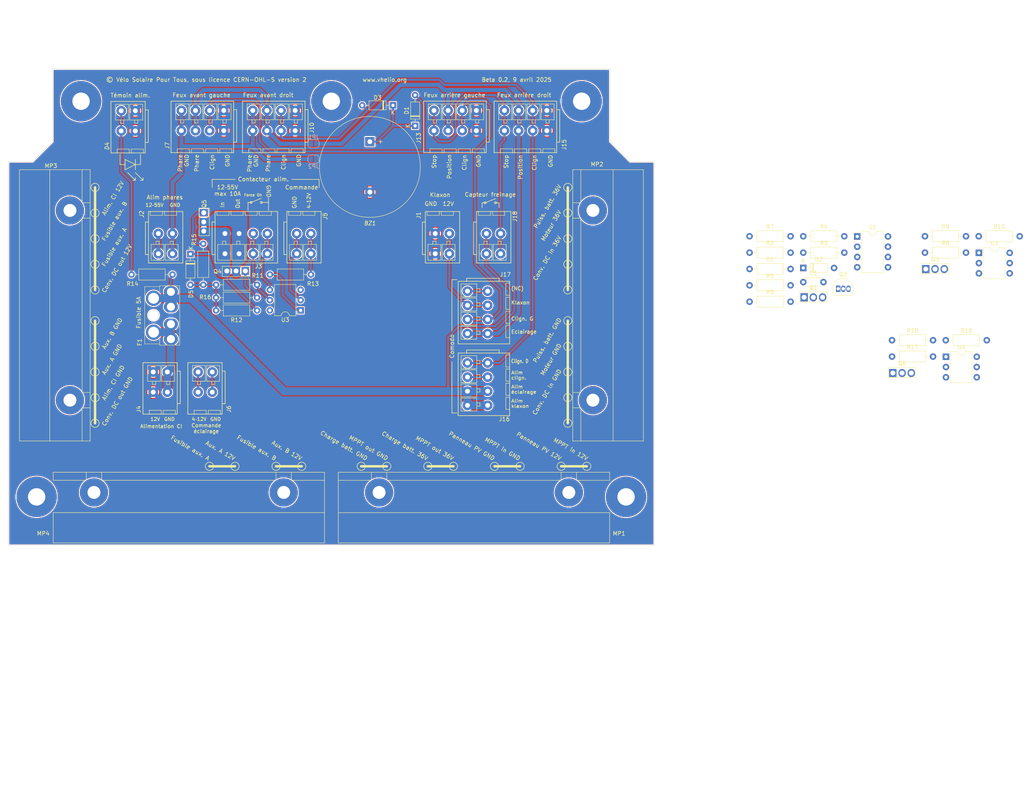
<source format=kicad_pcb>
(kicad_pcb (version 20211014) (generator pcbnew)

  (general
    (thickness 1.6)
  )

  (paper "A4")
  (layers
    (0 "F.Cu" signal)
    (31 "B.Cu" signal)
    (32 "B.Adhes" user "B.Adhesive")
    (33 "F.Adhes" user "F.Adhesive")
    (34 "B.Paste" user)
    (35 "F.Paste" user)
    (36 "B.SilkS" user "B.Silkscreen")
    (37 "F.SilkS" user "F.Silkscreen")
    (38 "B.Mask" user)
    (39 "F.Mask" user)
    (40 "Dwgs.User" user "User.Drawings")
    (41 "Cmts.User" user "User.Comments")
    (42 "Eco1.User" user "User.Eco1")
    (43 "Eco2.User" user "User.Eco2")
    (44 "Edge.Cuts" user)
    (45 "Margin" user)
    (46 "B.CrtYd" user "B.Courtyard")
    (47 "F.CrtYd" user "F.Courtyard")
    (48 "B.Fab" user)
    (49 "F.Fab" user)
    (50 "User.1" user)
    (51 "User.2" user)
    (52 "User.3" user)
    (53 "User.4" user)
    (54 "User.5" user)
    (55 "User.6" user)
    (56 "User.7" user)
    (57 "User.8" user)
    (58 "User.9" user)
  )

  (setup
    (stackup
      (layer "F.SilkS" (type "Top Silk Screen"))
      (layer "F.Paste" (type "Top Solder Paste"))
      (layer "F.Mask" (type "Top Solder Mask") (thickness 0.01))
      (layer "F.Cu" (type "copper") (thickness 0.035))
      (layer "dielectric 1" (type "core") (thickness 1.51) (material "FR4") (epsilon_r 4.5) (loss_tangent 0.02))
      (layer "B.Cu" (type "copper") (thickness 0.035))
      (layer "B.Mask" (type "Bottom Solder Mask") (thickness 0.01))
      (layer "B.Paste" (type "Bottom Solder Paste"))
      (layer "B.SilkS" (type "Bottom Silk Screen"))
      (copper_finish "None")
      (dielectric_constraints no)
    )
    (pad_to_mask_clearance 0)
    (pcbplotparams
      (layerselection 0x00010e0_ffffffff)
      (disableapertmacros false)
      (usegerberextensions false)
      (usegerberattributes true)
      (usegerberadvancedattributes true)
      (creategerberjobfile true)
      (svguseinch false)
      (svgprecision 6)
      (excludeedgelayer true)
      (plotframeref false)
      (viasonmask false)
      (mode 1)
      (useauxorigin false)
      (hpglpennumber 1)
      (hpglpenspeed 20)
      (hpglpendiameter 15.000000)
      (dxfpolygonmode true)
      (dxfimperialunits true)
      (dxfusepcbnewfont true)
      (psnegative false)
      (psa4output false)
      (plotreference true)
      (plotvalue true)
      (plotinvisibletext false)
      (sketchpadsonfab false)
      (subtractmaskfromsilk false)
      (outputformat 1)
      (mirror false)
      (drillshape 0)
      (scaleselection 1)
      (outputdirectory "")
    )
  )

  (net 0 "")
  (net 1 "GND")
  (net 2 "Net-(F1-Pad2)")
  (net 3 "Net-(D1-Pad2)")
  (net 4 "Net-(D3-Pad2)")
  (net 5 "/Phares")
  (net 6 "Net-(J13-Pad4)")
  (net 7 "Net-(J1-Pad2)")
  (net 8 "/Flasher/Out")
  (net 9 "unconnected-(J17-Pad1)")
  (net 10 "/12V_5A")
  (net 11 "/Flasher/Enable")
  (net 12 "/Contacteur Phares/Input")
  (net 13 "/Contacteur Phares/GND")
  (net 14 "/Contacteur Phares/Output")
  (net 15 "Net-(D4-Pad2)")
  (net 16 "/Conv12V_In.Vbatt")
  (net 17 "/Contacteur alim./Input")
  (net 18 "/Contacteur alim./SW_On")
  (net 19 "/Contacteur alim./GND")
  (net 20 "/Contacteur alim./Cmd_GND")
  (net 21 "/Contacteur alim./Cmd_On")
  (net 22 "/Contacteur Eclairage/Cmd_On")
  (net 23 "/Contacteur Eclairage/Cmd_GND")
  (net 24 "Net-(Q4-Pad1)")
  (net 25 "Net-(Q5-Pad1)")
  (net 26 "Net-(C1-Pad1)")
  (net 27 "Net-(D2-Pad1)")
  (net 28 "Net-(D5-Pad2)")
  (net 29 "Net-(Q1-Pad1)")
  (net 30 "Net-(Q2-Pad1)")
  (net 31 "Net-(Q2-Pad2)")
  (net 32 "Net-(Q2-Pad3)")
  (net 33 "Net-(Q3-Pad1)")
  (net 34 "Net-(Q6-Pad1)")
  (net 35 "Net-(R3-Pad1)")
  (net 36 "Net-(R9-Pad2)")
  (net 37 "Net-(R10-Pad1)")
  (net 38 "Net-(R13-Pad1)")
  (net 39 "Net-(R18-Pad2)")
  (net 40 "Net-(R19-Pad1)")
  (net 41 "unconnected-(U1-Pad5)")
  (net 42 "unconnected-(U2-Pad3)")
  (net 43 "unconnected-(U2-Pad6)")
  (net 44 "unconnected-(U3-Pad3)")
  (net 45 "unconnected-(U3-Pad6)")
  (net 46 "unconnected-(U4-Pad3)")
  (net 47 "unconnected-(U4-Pad6)")

  (footprint "circuit:Wago_221-500_SplicingConnectorHolder" (layer "F.Cu") (at 95.25 82.55 90))

  (footprint "circuit:MountingHole_5mm" (layer "F.Cu") (at 87 130))

  (footprint "Resistor_THT:R_Axial_DIN0207_L6.3mm_D2.5mm_P10.16mm_Horizontal" (layer "F.Cu") (at 144.78 74.93))

  (footprint "circuit:Buzzer_25x16_12.5" (layer "F.Cu") (at 169.545 42.01 -90))

  (footprint "Resistor_THT:R_Axial_DIN0207_L6.3mm_D2.5mm_P10.16mm_Horizontal" (layer "F.Cu") (at 298.88 91.2))

  (footprint "Resistor_THT:R_Axial_DIN0207_L6.3mm_D2.5mm_P10.16mm_Horizontal" (layer "F.Cu") (at 263.59 77.6))

  (footprint "circuit:TO-251-3_Vertical" (layer "F.Cu") (at 138.69 74.041 180))

  (footprint "circuit:Generic_FuseHolder_MINI" (layer "F.Cu") (at 120.26 79.215 -90))

  (footprint "Resistor_THT:R_Axial_DIN0207_L6.3mm_D2.5mm_P10.16mm_Horizontal" (layer "F.Cu") (at 263.59 73.55))

  (footprint "Package_DIP:DIP-8_W7.62mm" (layer "F.Cu") (at 290.26 65.5))

  (footprint "circuit:TerminalBlock_Wago_2601-3102_1x02_P3.50mm_Vertical" (layer "F.Cu") (at 119.38 104.06 180))

  (footprint "Resistor_THT:R_Axial_DIN0207_L6.3mm_D2.5mm_P10.16mm_Horizontal" (layer "F.Cu") (at 263.59 69.5))

  (footprint "Resistor_THT:R_Axial_DIN0207_L6.3mm_D2.5mm_P10.16mm_Horizontal" (layer "F.Cu") (at 320.35 65.45))

  (footprint "circuit:MountingHole_5mm" (layer "F.Cu") (at 98 32))

  (footprint "circuit:TerminalBlock_Wago_2601-3104_1x04_P3.50mm_Vertical" (layer "F.Cu") (at 195.920004 39.29 180))

  (footprint "circuit:TO-251-3_Vertical" (layer "F.Cu") (at 277.1 80.57))

  (footprint "circuit:TerminalBlock_Wago_2601-3102_1x02_P3.50mm_Vertical" (layer "F.Cu") (at 111.450003 39.35 180))

  (footprint "Resistor_THT:R_Axial_DIN0207_L6.3mm_D2.5mm_P10.16mm_Horizontal" (layer "F.Cu") (at 307.04 65.45))

  (footprint "Diode_THT:D_DO-35_SOD27_P7.62mm_Horizontal" (layer "F.Cu") (at 125.095 69.85 -90))

  (footprint "circuit:TerminalBlock_Wago_2601-3104_1x04_P3.50mm_Vertical" (layer "F.Cu") (at 213.370004 39.29 180))

  (footprint "circuit:TO-92L_Inline" (layer "F.Cu") (at 285.55 78.45))

  (footprint "circuit:MountingHole_5mm" (layer "F.Cu") (at 222 32))

  (footprint "Resistor_THT:R_Axial_DIN0207_L6.3mm_D2.5mm_P10.16mm_Horizontal" (layer "F.Cu") (at 131.445 80.645))

  (footprint "circuit:TerminalBlock_Wago_2601-3104_1x04_P3.50mm_Vertical" (layer "F.Cu") (at 133.35 39.29 180))

  (footprint "Diode_THT:D_DO-35_SOD27_P7.62mm_Horizontal" (layer "F.Cu") (at 175.26 33.02 180))

  (footprint "Resistor_THT:R_Axial_DIN0207_L6.3mm_D2.5mm_P10.16mm_Horizontal" (layer "F.Cu") (at 110.49 74.93))

  (footprint "Diode_THT:D_DO-35_SOD27_P7.62mm_Horizontal" (layer "F.Cu") (at 276.9 73.3))

  (footprint "Resistor_THT:R_Axial_DIN0207_L6.3mm_D2.5mm_P10.16mm_Horizontal" (layer "F.Cu") (at 276.9 69.5))

  (footprint "Capacitor_THT:C_Disc_D4.3mm_W1.9mm_P5.00mm" (layer "F.Cu") (at 276.9 76.8))

  (footprint "Resistor_THT:R_Axial_DIN0207_L6.3mm_D2.5mm_P10.16mm_Horizontal" (layer "F.Cu") (at 276.9 65.45))

  (footprint "circuit:TerminalBlock_Wago_2601-3102_1x02_P3.50mm_Vertical" (layer "F.Cu") (at 151.424996 64.77))

  (footprint "Diode_THT:D_DO-35_SOD27_P7.62mm_Horizontal" (layer "F.Cu") (at 180.75 38.1 90))

  (footprint "circuit:TerminalBlock_Wago_2601-3104_1x04_P3.50mm_Vertical" (layer "F.Cu") (at 198.7161 96.829996 -90))

  (footprint "circuit:TO-251-3_Vertical" (layer "F.Cu") (at 307.24 73.57))

  (footprint "circuit:TerminalBlock_Wago_2601-3104_1x04_P3.50mm_Vertical" (layer "F.Cu") (at 133.644996 64.77))

  (footprint "circuit:Wago_221-500_SplicingConnectorHolder" (layer "F.Cu") (at 224.79 82.55 -90))

  (footprint "Package_DIP:DIP-6_W7.62mm" (layer "F.Cu") (at 152.39 83.805 180))

  (footprint "circuit:MountingHole_5mm" (layer "F.Cu") (at 160 32))

  (footprint "Package_DIP:DIP-6_W7.62mm" (layer "F.Cu")
    (tedit 5A02E8C5) (tstamp ca3df898-15a0-4a8f-a120-1d7e1e23abe8)
    (at 320.4 69.55)
    (descr "6-lead th
... [1215783 chars truncated]
</source>
